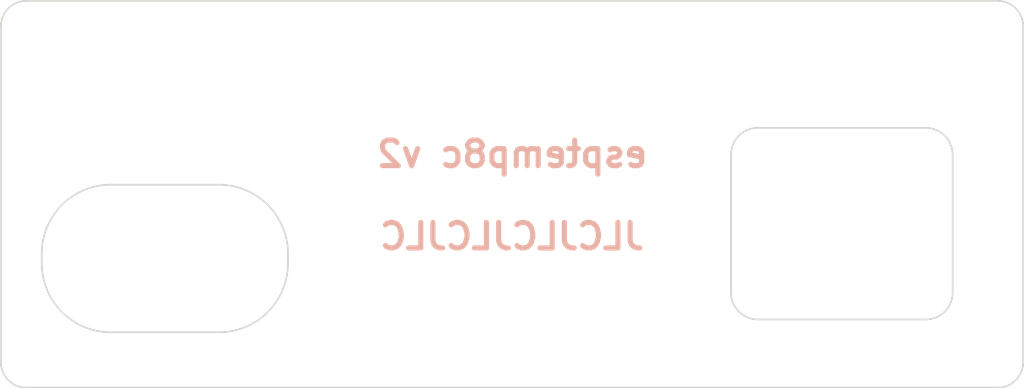
<source format=kicad_pcb>
(kicad_pcb
	(version 20240108)
	(generator "pcbnew")
	(generator_version "8.0")
	(general
		(thickness 1.6)
		(legacy_teardrops no)
	)
	(paper "A4")
	(layers
		(0 "F.Cu" signal)
		(31 "B.Cu" signal)
		(32 "B.Adhes" user "B.Adhesive")
		(33 "F.Adhes" user "F.Adhesive")
		(34 "B.Paste" user)
		(35 "F.Paste" user)
		(36 "B.SilkS" user "B.Silkscreen")
		(37 "F.SilkS" user "F.Silkscreen")
		(38 "B.Mask" user)
		(39 "F.Mask" user)
		(40 "Dwgs.User" user "User.Drawings")
		(41 "Cmts.User" user "User.Comments")
		(42 "Eco1.User" user "User.Eco1")
		(43 "Eco2.User" user "User.Eco2")
		(44 "Edge.Cuts" user)
		(45 "Margin" user)
		(46 "B.CrtYd" user "B.Courtyard")
		(47 "F.CrtYd" user "F.Courtyard")
		(48 "B.Fab" user)
		(49 "F.Fab" user)
		(50 "User.1" user)
		(51 "User.2" user)
		(52 "User.3" user)
		(53 "User.4" user)
		(54 "User.5" user)
		(55 "User.6" user)
		(56 "User.7" user)
		(57 "User.8" user)
		(58 "User.9" user)
	)
	(setup
		(pad_to_mask_clearance 0)
		(allow_soldermask_bridges_in_footprints no)
		(aux_axis_origin 135.090983 102.730009)
		(grid_origin 135.090983 102.730009)
		(pcbplotparams
			(layerselection 0x0001030_ffffffff)
			(plot_on_all_layers_selection 0x0000000_00000000)
			(disableapertmacros no)
			(usegerberextensions no)
			(usegerberattributes yes)
			(usegerberadvancedattributes yes)
			(creategerberjobfile yes)
			(dashed_line_dash_ratio 12.000000)
			(dashed_line_gap_ratio 3.000000)
			(svgprecision 4)
			(plotframeref no)
			(viasonmask no)
			(mode 1)
			(useauxorigin no)
			(hpglpennumber 1)
			(hpglpenspeed 20)
			(hpglpendiameter 15.000000)
			(pdf_front_fp_property_popups yes)
			(pdf_back_fp_property_popups yes)
			(dxfpolygonmode yes)
			(dxfimperialunits yes)
			(dxfusepcbnewfont yes)
			(psnegative no)
			(psa4output no)
			(plotreference yes)
			(plotvalue yes)
			(plotfptext yes)
			(plotinvisibletext no)
			(sketchpadsonfab no)
			(subtractmaskfromsilk no)
			(outputformat 1)
			(mirror no)
			(drillshape 0)
			(scaleselection 1)
			(outputdirectory "gerber")
		)
	)
	(net 0 "")
	(gr_line
		(start 141.540984 99.480009)
		(end 144.410984 99.480009)
		(stroke
			(width 0.1)
			(type default)
		)
		(layer "Edge.Cuts")
		(uuid "0c0eabb2-521b-43ef-8ce8-edd2a9a88b31")
	)
	(gr_line
		(start 179.528484 87.480009)
		(end 189.363484 87.480009)
		(stroke
			(width 0.1)
			(type default)
		)
		(layer "Edge.Cuts")
		(uuid "0c5a69a1-9b5c-4712-8f95-d234d45967f5")
	)
	(gr_arc
		(start 190.950984 97.142509)
		(mid 190.486016 98.265041)
		(end 189.363484 98.730009)
		(stroke
			(width 0.1)
			(type default)
		)
		(layer "Edge.Cuts")
		(uuid "1c68ea05-7b4d-405b-a83d-e0bdb81f2610")
	)
	(gr_arc
		(start 137.490984 94.870009)
		(mid 138.677202 92.006227)
		(end 141.540984 90.820009)
		(stroke
			(width 0.1)
			(type default)
		)
		(layer "Edge.Cuts")
		(uuid "220ca4fb-af1f-4fe7-b6cc-9ec316624faf")
	)
	(gr_line
		(start 137.490984 94.870009)
		(end 137.490984 95.430009)
		(stroke
			(width 0.1)
			(type default)
		)
		(layer "Edge.Cuts")
		(uuid "2573798c-c33c-499c-bbd9-d70b71dba729")
	)
	(gr_line
		(start 144.410984 99.480009)
		(end 144.420984 99.480009)
		(stroke
			(width 0.1)
			(type default)
		)
		(layer "Edge.Cuts")
		(uuid "30fdfeab-e426-4092-92c9-87fe9ecf1bee")
	)
	(gr_arc
		(start 151.940984 95.430009)
		(mid 150.754766 98.293791)
		(end 147.890984 99.480009)
		(stroke
			(width 0.1)
			(type default)
		)
		(layer "Edge.Cuts")
		(uuid "3453e152-f59e-4af3-8f01-078fe50a62d8")
	)
	(gr_line
		(start 147.890984 90.820009)
		(end 141.540984 90.820009)
		(stroke
			(width 0.1)
			(type default)
		)
		(layer "Edge.Cuts")
		(uuid "3ef639c3-e36d-4f83-879f-79eb9d4ed1a9")
	)
	(gr_arc
		(start 135.090983 81.530009)
		(mid 135.530323 80.469349)
		(end 136.590983 80.030009)
		(stroke
			(width 0.1)
			(type default)
		)
		(layer "Edge.Cuts")
		(uuid "416cf2a2-036d-4ab8-b5fe-ae2585ccdd63")
	)
	(gr_arc
		(start 189.363484 87.480009)
		(mid 190.486015 87.944977)
		(end 190.950984 89.067509)
		(stroke
			(width 0.1)
			(type default)
		)
		(layer "Edge.Cuts")
		(uuid "4355ee87-5e2c-4b0b-93a6-4e0794da3d06")
	)
	(gr_line
		(start 151.940984 95.430009)
		(end 151.940984 94.870009)
		(stroke
			(width 0.1)
			(type default)
		)
		(layer "Edge.Cuts")
		(uuid "4baff84f-71da-4e81-9b27-797e0b56980c")
	)
	(gr_line
		(start 190.950984 89.067509)
		(end 190.950984 97.142509)
		(stroke
			(width 0.1)
			(type default)
		)
		(layer "Edge.Cuts")
		(uuid "4d87111f-ca1d-4998-a1ca-9403716a28bd")
	)
	(gr_line
		(start 177.940984 97.142509)
		(end 177.940984 89.067509)
		(stroke
			(width 0.1)
			(type default)
		)
		(layer "Edge.Cuts")
		(uuid "607810a8-1490-4801-b24b-ca7119915ffe")
	)
	(gr_line
		(start 189.363484 98.730009)
		(end 179.528484 98.730009)
		(stroke
			(width 0.1)
			(type default)
		)
		(layer "Edge.Cuts")
		(uuid "90ca7f1c-a139-4b9d-bbdb-19393d3e68c1")
	)
	(gr_line
		(start 135.090983 81.530009)
		(end 135.090983 101.230009)
		(stroke
			(width 0.1)
			(type default)
		)
		(layer "Edge.Cuts")
		(uuid "9427bb57-1e90-4045-8bb2-1bf330550c14")
	)
	(gr_line
		(start 195.090983 101.230009)
		(end 195.090983 81.530009)
		(stroke
			(width 0.1)
			(type default)
		)
		(layer "Edge.Cuts")
		(uuid "94283f55-b78c-4d45-ba9e-1d54e8b54859")
	)
	(gr_line
		(start 193.590983 80.030009)
		(end 136.590983 80.030009)
		(stroke
			(width 0.1)
			(type default)
		)
		(layer "Edge.Cuts")
		(uuid "a24367bc-356e-4e30-ac21-508974a8d522")
	)
	(gr_line
		(start 144.420984 99.480009)
		(end 147.890984 99.480009)
		(stroke
			(width 0.1)
			(type default)
		)
		(layer "Edge.Cuts")
		(uuid "af5cc59f-0b20-422a-82d5-2ac19a591236")
	)
	(gr_arc
		(start 193.590983 80.030009)
		(mid 194.651643 80.469349)
		(end 195.090983 81.530009)
		(stroke
			(width 0.1)
			(type default)
		)
		(layer "Edge.Cuts")
		(uuid "b5c6a7bc-90aa-4f2c-aad8-feb311defde3")
	)
	(gr_arc
		(start 141.540984 99.480009)
		(mid 138.677202 98.293791)
		(end 137.490984 95.430009)
		(stroke
			(width 0.1)
			(type default)
		)
		(layer "Edge.Cuts")
		(uuid "b912712b-12a3-4504-a9b9-b401fa1fb58e")
	)
	(gr_arc
		(start 177.940984 89.067509)
		(mid 178.405952 87.944977)
		(end 179.528484 87.480009)
		(stroke
			(width 0.1)
			(type default)
		)
		(layer "Edge.Cuts")
		(uuid "d42f9d52-aac7-4712-8dbe-e7a8dcb426e1")
	)
	(gr_arc
		(start 136.590983 102.730009)
		(mid 135.530323 102.290669)
		(end 135.090983 101.230009)
		(stroke
			(width 0.1)
			(type default)
		)
		(layer "Edge.Cuts")
		(uuid "d92d3538-74bc-49c7-aa20-75b5af4745ed")
	)
	(gr_line
		(start 136.590983 102.730009)
		(end 193.590983 102.730009)
		(stroke
			(width 0.1)
			(type default)
		)
		(layer "Edge.Cuts")
		(uuid "defc5283-7eef-4661-9bf6-23bc8e5a6d4f")
	)
	(gr_arc
		(start 195.090983 101.230009)
		(mid 194.651643 102.290669)
		(end 193.590983 102.730009)
		(stroke
			(width 0.1)
			(type default)
		)
		(layer "Edge.Cuts")
		(uuid "e8175688-0b5f-43d1-94f3-20d347d2c00f")
	)
	(gr_arc
		(start 179.528484 98.730009)
		(mid 178.405951 98.265041)
		(end 177.940984 97.142509)
		(stroke
			(width 0.1)
			(type default)
		)
		(layer "Edge.Cuts")
		(uuid "e94ca633-04fd-4e84-871f-7a9339d87cb5")
	)
	(gr_arc
		(start 147.890984 90.820009)
		(mid 150.754766 92.006227)
		(end 151.940984 94.870009)
		(stroke
			(width 0.1)
			(type default)
		)
		(layer "Edge.Cuts")
		(uuid "e9e26969-8475-4e6e-96a5-43df30efb34f")
	)
	(gr_text "esptemp8c v2\n\nJLCJLCJLCJLC"
		(at 165.090983 94.730009 -0)
		(layer "B.SilkS")
		(uuid "580b3b42-92dd-434f-ba65-64c64f5ea585")
		(effects
			(font
				(size 1.5 1.5)
				(thickness 0.3)
				(bold yes)
			)
			(justify bottom mirror)
		)
	)
)

</source>
